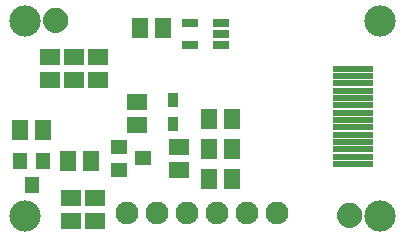
<source format=gbr>
G04 EAGLE Gerber RS-274X export*
G75*
%MOMM*%
%FSLAX34Y34*%
%LPD*%
%INSoldermask Bottom*%
%IPPOS*%
%AMOC8*
5,1,8,0,0,1.08239X$1,22.5*%
G01*
%ADD10C,2.652400*%
%ADD11R,3.352400X0.502400*%
%ADD12R,1.452400X1.652400*%
%ADD13R,1.652400X1.452400*%
%ADD14R,1.352400X0.702400*%
%ADD15C,1.930400*%
%ADD16R,0.952400X1.152400*%
%ADD17R,1.152400X1.422400*%
%ADD18R,1.422400X1.152400*%

G36*
X47512Y174940D02*
X47512Y174940D01*
X47555Y174952D01*
X47621Y174959D01*
X49304Y175410D01*
X49345Y175429D01*
X49408Y175448D01*
X50988Y176185D01*
X51025Y176211D01*
X51084Y176240D01*
X52512Y177240D01*
X52543Y177272D01*
X52596Y177311D01*
X53829Y178544D01*
X53854Y178580D01*
X53900Y178628D01*
X54900Y180056D01*
X54918Y180097D01*
X54955Y180152D01*
X55692Y181732D01*
X55703Y181775D01*
X55730Y181836D01*
X56181Y183519D01*
X56183Y183550D01*
X56190Y183572D01*
X56190Y183587D01*
X56200Y183628D01*
X56352Y185365D01*
X56348Y185409D01*
X56352Y185475D01*
X56200Y187212D01*
X56188Y187255D01*
X56181Y187321D01*
X55730Y189004D01*
X55711Y189045D01*
X55692Y189108D01*
X54955Y190688D01*
X54929Y190725D01*
X54900Y190784D01*
X53900Y192212D01*
X53868Y192243D01*
X53829Y192296D01*
X52596Y193529D01*
X52560Y193554D01*
X52512Y193600D01*
X51084Y194600D01*
X51043Y194618D01*
X50988Y194655D01*
X49408Y195392D01*
X49365Y195403D01*
X49304Y195430D01*
X47621Y195881D01*
X47576Y195884D01*
X47512Y195900D01*
X45775Y196052D01*
X45731Y196048D01*
X45665Y196052D01*
X43928Y195900D01*
X43885Y195888D01*
X43819Y195881D01*
X42136Y195430D01*
X42095Y195411D01*
X42032Y195392D01*
X40452Y194655D01*
X40415Y194629D01*
X40356Y194600D01*
X38928Y193600D01*
X38897Y193568D01*
X38844Y193529D01*
X37611Y192296D01*
X37586Y192260D01*
X37540Y192212D01*
X36540Y190784D01*
X36522Y190743D01*
X36485Y190688D01*
X35748Y189108D01*
X35737Y189065D01*
X35710Y189004D01*
X35259Y187321D01*
X35256Y187276D01*
X35240Y187212D01*
X35088Y185475D01*
X35092Y185431D01*
X35088Y185365D01*
X35240Y183628D01*
X35252Y183585D01*
X35256Y183551D01*
X35256Y183535D01*
X35258Y183530D01*
X35259Y183519D01*
X35710Y181836D01*
X35729Y181795D01*
X35748Y181732D01*
X36485Y180152D01*
X36511Y180115D01*
X36540Y180056D01*
X37540Y178628D01*
X37572Y178597D01*
X37611Y178544D01*
X38844Y177311D01*
X38880Y177286D01*
X38928Y177240D01*
X40356Y176240D01*
X40397Y176222D01*
X40452Y176185D01*
X42032Y175448D01*
X42075Y175437D01*
X42136Y175410D01*
X43819Y174959D01*
X43864Y174956D01*
X43928Y174940D01*
X45665Y174788D01*
X45709Y174792D01*
X45775Y174788D01*
X47512Y174940D01*
G37*
G36*
X296432Y9840D02*
X296432Y9840D01*
X296475Y9852D01*
X296541Y9859D01*
X298224Y10310D01*
X298265Y10329D01*
X298328Y10348D01*
X299908Y11085D01*
X299945Y11111D01*
X300004Y11140D01*
X301432Y12140D01*
X301463Y12172D01*
X301516Y12211D01*
X302749Y13444D01*
X302774Y13480D01*
X302820Y13528D01*
X303820Y14956D01*
X303838Y14997D01*
X303875Y15052D01*
X304612Y16632D01*
X304623Y16675D01*
X304650Y16736D01*
X305101Y18419D01*
X305103Y18450D01*
X305110Y18472D01*
X305110Y18487D01*
X305120Y18528D01*
X305272Y20265D01*
X305268Y20309D01*
X305272Y20375D01*
X305120Y22112D01*
X305108Y22155D01*
X305101Y22221D01*
X304650Y23904D01*
X304631Y23945D01*
X304612Y24008D01*
X303875Y25588D01*
X303849Y25625D01*
X303820Y25684D01*
X302820Y27112D01*
X302788Y27143D01*
X302749Y27196D01*
X301516Y28429D01*
X301480Y28454D01*
X301432Y28500D01*
X300004Y29500D01*
X299963Y29518D01*
X299908Y29555D01*
X298328Y30292D01*
X298285Y30303D01*
X298224Y30330D01*
X296541Y30781D01*
X296496Y30784D01*
X296432Y30800D01*
X294695Y30952D01*
X294651Y30948D01*
X294585Y30952D01*
X292848Y30800D01*
X292805Y30788D01*
X292739Y30781D01*
X291056Y30330D01*
X291015Y30311D01*
X290952Y30292D01*
X289372Y29555D01*
X289335Y29529D01*
X289276Y29500D01*
X287848Y28500D01*
X287817Y28468D01*
X287764Y28429D01*
X286531Y27196D01*
X286506Y27160D01*
X286460Y27112D01*
X285460Y25684D01*
X285442Y25643D01*
X285405Y25588D01*
X284668Y24008D01*
X284657Y23965D01*
X284630Y23904D01*
X284179Y22221D01*
X284176Y22176D01*
X284160Y22112D01*
X284008Y20375D01*
X284012Y20331D01*
X284008Y20265D01*
X284160Y18528D01*
X284172Y18485D01*
X284176Y18451D01*
X284176Y18435D01*
X284178Y18430D01*
X284179Y18419D01*
X284630Y16736D01*
X284649Y16695D01*
X284668Y16632D01*
X285405Y15052D01*
X285431Y15015D01*
X285460Y14956D01*
X286460Y13528D01*
X286492Y13497D01*
X286531Y13444D01*
X287764Y12211D01*
X287800Y12186D01*
X287848Y12140D01*
X289276Y11140D01*
X289317Y11122D01*
X289372Y11085D01*
X290952Y10348D01*
X290995Y10337D01*
X291056Y10310D01*
X292739Y9859D01*
X292784Y9856D01*
X292848Y9840D01*
X294585Y9688D01*
X294629Y9692D01*
X294695Y9688D01*
X296432Y9840D01*
G37*
D10*
X20000Y20000D03*
X20000Y185000D03*
X320000Y185000D03*
X320000Y20000D03*
D11*
X297200Y63800D03*
X297200Y70000D03*
X297200Y76200D03*
X297200Y82400D03*
X297200Y88600D03*
X297200Y94800D03*
X297200Y101000D03*
X297200Y107200D03*
X297200Y113400D03*
X297200Y119600D03*
X297200Y125800D03*
X297200Y132000D03*
X297200Y138200D03*
X297200Y144400D03*
D12*
X175920Y50800D03*
X194920Y50800D03*
X175920Y76200D03*
X194920Y76200D03*
D13*
X114300Y116180D03*
X114300Y97180D03*
D12*
X194920Y101600D03*
X175920Y101600D03*
D13*
X40640Y135280D03*
X40640Y154280D03*
X60960Y135280D03*
X60960Y154280D03*
X81280Y135280D03*
X81280Y154280D03*
D14*
X185721Y183490D03*
X185721Y173990D03*
X185721Y164490D03*
X159719Y164490D03*
X159719Y183490D03*
D15*
X233500Y22540D03*
X208100Y22540D03*
X182700Y22540D03*
X157300Y22540D03*
X131900Y22540D03*
X106500Y22540D03*
D12*
X34900Y92710D03*
X15900Y92710D03*
X75540Y66040D03*
X56540Y66040D03*
D13*
X58420Y34900D03*
X58420Y15900D03*
X78740Y15900D03*
X78740Y34900D03*
D12*
X136500Y179070D03*
X117500Y179070D03*
D13*
X149860Y78080D03*
X149860Y59080D03*
D16*
X144780Y97950D03*
X144780Y117950D03*
D17*
X25400Y45880D03*
X34900Y65880D03*
X15900Y65880D03*
D18*
X119220Y68580D03*
X99220Y78080D03*
X99220Y59080D03*
M02*

</source>
